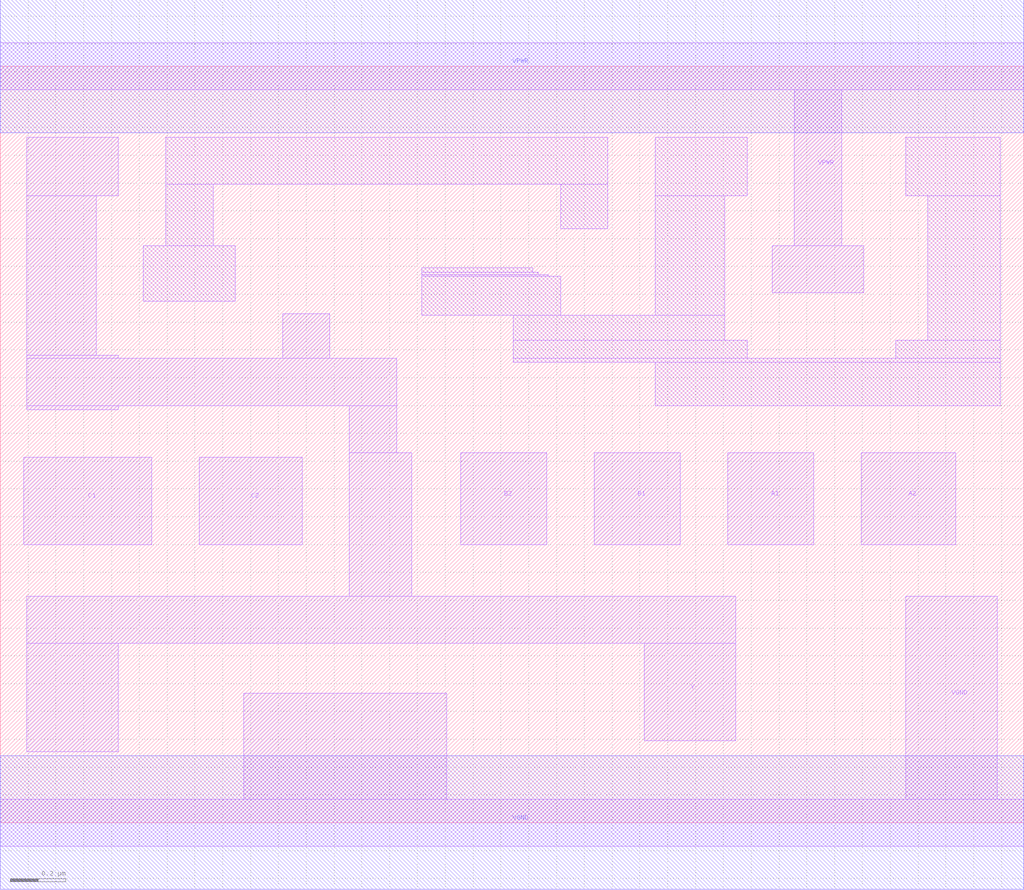
<source format=lef>
# Copyright 2020 The SkyWater PDK Authors
#
# Licensed under the Apache License, Version 2.0 (the "License");
# you may not use this file except in compliance with the License.
# You may obtain a copy of the License at
#
#     https://www.apache.org/licenses/LICENSE-2.0
#
# Unless required by applicable law or agreed to in writing, software
# distributed under the License is distributed on an "AS IS" BASIS,
# WITHOUT WARRANTIES OR CONDITIONS OF ANY KIND, either express or implied.
# See the License for the specific language governing permissions and
# limitations under the License.
#
# SPDX-License-Identifier: Apache-2.0

VERSION 5.5 ;
NAMESCASESENSITIVE ON ;
BUSBITCHARS "[]" ;
DIVIDERCHAR "/" ;
MACRO sky130_fd_sc_hd__a222oi_1
  CLASS CORE ;
  SOURCE USER ;
  ORIGIN  0.000000  0.000000 ;
  SIZE  3.680000 BY  2.720000 ;
  SYMMETRY X Y R90 ;
  SITE unithd ;
  PIN A1
    ANTENNAGATEAREA  0.246000 ;
    DIRECTION INPUT ;
    USE SIGNAL ;
    PORT
      LAYER li1 ;
        RECT 2.615000 1.000000 2.925000 1.330000 ;
    END
  END A1
  PIN A2
    ANTENNAGATEAREA  0.246000 ;
    DIRECTION INPUT ;
    USE SIGNAL ;
    PORT
      LAYER li1 ;
        RECT 3.095000 1.000000 3.435000 1.330000 ;
    END
  END A2
  PIN B1
    ANTENNAGATEAREA  0.246000 ;
    DIRECTION INPUT ;
    USE SIGNAL ;
    PORT
      LAYER li1 ;
        RECT 2.135000 1.000000 2.445000 1.330000 ;
    END
  END B1
  PIN B2
    ANTENNAGATEAREA  0.246000 ;
    DIRECTION INPUT ;
    USE SIGNAL ;
    PORT
      LAYER li1 ;
        RECT 1.655000 1.000000 1.965000 1.330000 ;
    END
  END B2
  PIN C1
    ANTENNAGATEAREA  0.246000 ;
    DIRECTION INPUT ;
    USE SIGNAL ;
    PORT
      LAYER li1 ;
        RECT 0.085000 1.000000 0.545000 1.315000 ;
    END
  END C1
  PIN C2
    ANTENNAGATEAREA  0.246000 ;
    DIRECTION INPUT ;
    USE SIGNAL ;
    PORT
      LAYER li1 ;
        RECT 0.715000 1.000000 1.085000 1.315000 ;
    END
  END C2
  PIN Y
    ANTENNADIFFAREA  0.897600 ;
    DIRECTION OUTPUT ;
    USE SIGNAL ;
    PORT
      LAYER li1 ;
        RECT 0.095000 0.255000 0.425000 0.645000 ;
        RECT 0.095000 0.645000 2.645000 0.815000 ;
        RECT 0.095000 1.485000 0.425000 1.500000 ;
        RECT 0.095000 1.500000 1.425000 1.670000 ;
        RECT 0.095000 1.670000 0.425000 1.680000 ;
        RECT 0.095000 1.680000 0.345000 2.255000 ;
        RECT 0.095000 2.255000 0.425000 2.465000 ;
        RECT 1.015000 1.670000 1.185000 1.830000 ;
        RECT 1.255000 0.815000 1.480000 1.330000 ;
        RECT 1.255000 1.330000 1.425000 1.500000 ;
        RECT 2.315000 0.295000 2.645000 0.645000 ;
    END
  END Y
  PIN VGND
    DIRECTION INOUT ;
    SHAPE ABUTMENT ;
    USE GROUND ;
    PORT
      LAYER li1 ;
        RECT 0.000000 -0.085000 3.680000 0.085000 ;
        RECT 0.875000  0.085000 1.605000 0.465000 ;
        RECT 3.255000  0.085000 3.585000 0.815000 ;
    END
    PORT
      LAYER met1 ;
        RECT 0.000000 -0.240000 3.680000 0.240000 ;
    END
  END VGND
  PIN VPWR
    DIRECTION INOUT ;
    SHAPE ABUTMENT ;
    USE POWER ;
    PORT
      LAYER li1 ;
        RECT 0.000000 2.635000 3.680000 2.805000 ;
        RECT 2.775000 1.905000 3.105000 2.075000 ;
        RECT 2.855000 2.075000 3.025000 2.635000 ;
    END
    PORT
      LAYER met1 ;
        RECT 0.000000 2.480000 3.680000 2.960000 ;
    END
  END VPWR
  OBS
    LAYER li1 ;
      RECT 0.515000 1.875000 0.845000 2.075000 ;
      RECT 0.595000 2.075000 0.765000 2.295000 ;
      RECT 0.595000 2.295000 2.185000 2.465000 ;
      RECT 1.515000 1.825000 2.015000 1.965000 ;
      RECT 1.515000 1.965000 1.970000 1.970000 ;
      RECT 1.515000 1.970000 1.935000 1.980000 ;
      RECT 1.515000 1.980000 1.915000 1.995000 ;
      RECT 1.845000 1.655000 3.595000 1.670000 ;
      RECT 1.845000 1.670000 2.685000 1.735000 ;
      RECT 1.845000 1.735000 2.605000 1.825000 ;
      RECT 2.015000 2.135000 2.185000 2.295000 ;
      RECT 2.355000 1.500000 3.595000 1.655000 ;
      RECT 2.355000 1.825000 2.605000 2.255000 ;
      RECT 2.355000 2.255000 2.685000 2.465000 ;
      RECT 3.220000 1.670000 3.595000 1.735000 ;
      RECT 3.255000 2.255000 3.595000 2.465000 ;
      RECT 3.335000 1.735000 3.595000 2.255000 ;
  END
END sky130_fd_sc_hd__a222oi_1

</source>
